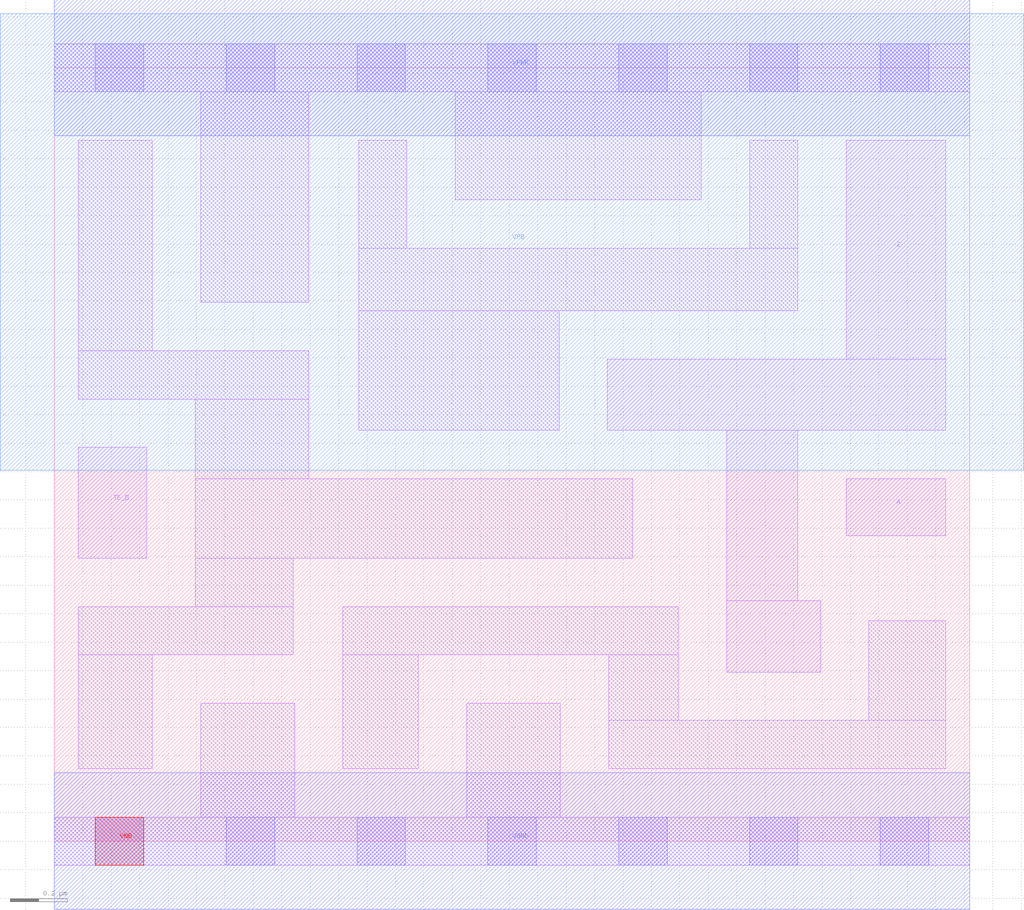
<source format=lef>
# Copyright 2020 The SkyWater PDK Authors
#
# Licensed under the Apache License, Version 2.0 (the "License");
# you may not use this file except in compliance with the License.
# You may obtain a copy of the License at
#
#     https://www.apache.org/licenses/LICENSE-2.0
#
# Unless required by applicable law or agreed to in writing, software
# distributed under the License is distributed on an "AS IS" BASIS,
# WITHOUT WARRANTIES OR CONDITIONS OF ANY KIND, either express or implied.
# See the License for the specific language governing permissions and
# limitations under the License.
#
# SPDX-License-Identifier: Apache-2.0

VERSION 5.7 ;
  NOWIREEXTENSIONATPIN ON ;
  DIVIDERCHAR "/" ;
  BUSBITCHARS "[]" ;
MACRO sky130_fd_sc_hd__einvn_2
  CLASS CORE ;
  FOREIGN sky130_fd_sc_hd__einvn_2 ;
  ORIGIN  0.000000  0.000000 ;
  SIZE  3.220000 BY  2.720000 ;
  SYMMETRY X Y R90 ;
  SITE unithd ;
  PIN A
    ANTENNAGATEAREA  0.495000 ;
    DIRECTION INPUT ;
    USE SIGNAL ;
    PORT
      LAYER li1 ;
        RECT 2.785000 1.075000 3.135000 1.275000 ;
    END
  END A
  PIN TE_B
    ANTENNAGATEAREA  0.441000 ;
    DIRECTION INPUT ;
    USE SIGNAL ;
    PORT
      LAYER li1 ;
        RECT 0.085000 0.995000 0.325000 1.385000 ;
    END
  END TE_B
  PIN Z
    ANTENNADIFFAREA  0.694800 ;
    DIRECTION OUTPUT ;
    USE SIGNAL ;
    PORT
      LAYER li1 ;
        RECT 1.945000 1.445000 3.135000 1.695000 ;
        RECT 2.365000 0.595000 2.695000 0.845000 ;
        RECT 2.365000 0.845000 2.615000 1.445000 ;
        RECT 2.785000 1.695000 3.135000 2.465000 ;
    END
  END Z
  PIN VGND
    DIRECTION INOUT ;
    SHAPE ABUTMENT ;
    USE GROUND ;
    PORT
      LAYER met1 ;
        RECT 0.000000 -0.240000 3.220000 0.240000 ;
    END
  END VGND
  PIN VNB
    DIRECTION INOUT ;
    USE GROUND ;
    PORT
      LAYER pwell ;
        RECT 0.145000 -0.085000 0.315000 0.085000 ;
    END
  END VNB
  PIN VPB
    DIRECTION INOUT ;
    USE POWER ;
    PORT
      LAYER nwell ;
        RECT -0.190000 1.305000 3.410000 2.910000 ;
    END
  END VPB
  PIN VPWR
    DIRECTION INOUT ;
    SHAPE ABUTMENT ;
    USE POWER ;
    PORT
      LAYER met1 ;
        RECT 0.000000 2.480000 3.220000 2.960000 ;
    END
  END VPWR
  OBS
    LAYER li1 ;
      RECT 0.000000 -0.085000 3.220000 0.085000 ;
      RECT 0.000000  2.635000 3.220000 2.805000 ;
      RECT 0.085000  0.255000 0.345000 0.655000 ;
      RECT 0.085000  0.655000 0.840000 0.825000 ;
      RECT 0.085000  1.555000 0.895000 1.725000 ;
      RECT 0.085000  1.725000 0.345000 2.465000 ;
      RECT 0.495000  0.825000 0.840000 0.995000 ;
      RECT 0.495000  0.995000 2.035000 1.275000 ;
      RECT 0.495000  1.275000 0.895000 1.555000 ;
      RECT 0.515000  0.085000 0.845000 0.485000 ;
      RECT 0.515000  1.895000 0.895000 2.635000 ;
      RECT 1.015000  0.255000 1.280000 0.655000 ;
      RECT 1.015000  0.655000 2.195000 0.825000 ;
      RECT 1.070000  1.445000 1.775000 1.865000 ;
      RECT 1.070000  1.865000 2.615000 2.085000 ;
      RECT 1.070000  2.085000 1.240000 2.465000 ;
      RECT 1.410000  2.255000 2.275000 2.635000 ;
      RECT 1.450000  0.085000 1.780000 0.485000 ;
      RECT 1.950000  0.255000 3.135000 0.425000 ;
      RECT 1.950000  0.425000 2.195000 0.655000 ;
      RECT 2.445000  2.085000 2.615000 2.465000 ;
      RECT 2.865000  0.425000 3.135000 0.775000 ;
    LAYER mcon ;
      RECT 0.145000 -0.085000 0.315000 0.085000 ;
      RECT 0.145000  2.635000 0.315000 2.805000 ;
      RECT 0.605000 -0.085000 0.775000 0.085000 ;
      RECT 0.605000  2.635000 0.775000 2.805000 ;
      RECT 1.065000 -0.085000 1.235000 0.085000 ;
      RECT 1.065000  2.635000 1.235000 2.805000 ;
      RECT 1.525000 -0.085000 1.695000 0.085000 ;
      RECT 1.525000  2.635000 1.695000 2.805000 ;
      RECT 1.985000 -0.085000 2.155000 0.085000 ;
      RECT 1.985000  2.635000 2.155000 2.805000 ;
      RECT 2.445000 -0.085000 2.615000 0.085000 ;
      RECT 2.445000  2.635000 2.615000 2.805000 ;
      RECT 2.905000 -0.085000 3.075000 0.085000 ;
      RECT 2.905000  2.635000 3.075000 2.805000 ;
  END
END sky130_fd_sc_hd__einvn_2
END LIBRARY

</source>
